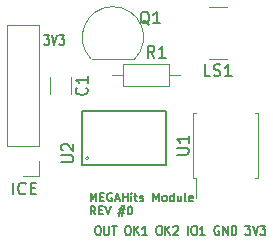
<source format=gbr>
%TF.GenerationSoftware,KiCad,Pcbnew,(6.0.1)*%
%TF.CreationDate,2022-02-07T09:31:49-05:00*%
%TF.ProjectId,hitsmodule,68697473-6d6f-4647-956c-652e6b696361,rev?*%
%TF.SameCoordinates,Original*%
%TF.FileFunction,Legend,Top*%
%TF.FilePolarity,Positive*%
%FSLAX46Y46*%
G04 Gerber Fmt 4.6, Leading zero omitted, Abs format (unit mm)*
G04 Created by KiCad (PCBNEW (6.0.1)) date 2022-02-07 09:31:49*
%MOMM*%
%LPD*%
G01*
G04 APERTURE LIST*
%ADD10C,0.150000*%
%ADD11C,0.120000*%
%ADD12C,0.127000*%
%ADD13C,0.050000*%
G04 APERTURE END LIST*
D10*
X142135333Y-79571904D02*
X142568666Y-79571904D01*
X142335333Y-79876666D01*
X142435333Y-79876666D01*
X142502000Y-79914761D01*
X142535333Y-79952857D01*
X142568666Y-80029047D01*
X142568666Y-80219523D01*
X142535333Y-80295714D01*
X142502000Y-80333809D01*
X142435333Y-80371904D01*
X142235333Y-80371904D01*
X142168666Y-80333809D01*
X142135333Y-80295714D01*
X142768666Y-79571904D02*
X143002000Y-80371904D01*
X143235333Y-79571904D01*
X143402000Y-79571904D02*
X143835333Y-79571904D01*
X143602000Y-79876666D01*
X143702000Y-79876666D01*
X143768666Y-79914761D01*
X143802000Y-79952857D01*
X143835333Y-80029047D01*
X143835333Y-80219523D01*
X143802000Y-80295714D01*
X143768666Y-80333809D01*
X143702000Y-80371904D01*
X143502000Y-80371904D01*
X143435333Y-80333809D01*
X143402000Y-80295714D01*
X146060166Y-93606166D02*
X146060166Y-92906166D01*
X146293500Y-93406166D01*
X146526833Y-92906166D01*
X146526833Y-93606166D01*
X146860166Y-93239500D02*
X147093500Y-93239500D01*
X147193500Y-93606166D02*
X146860166Y-93606166D01*
X146860166Y-92906166D01*
X147193500Y-92906166D01*
X147860166Y-92939500D02*
X147793500Y-92906166D01*
X147693500Y-92906166D01*
X147593500Y-92939500D01*
X147526833Y-93006166D01*
X147493500Y-93072833D01*
X147460166Y-93206166D01*
X147460166Y-93306166D01*
X147493500Y-93439500D01*
X147526833Y-93506166D01*
X147593500Y-93572833D01*
X147693500Y-93606166D01*
X147760166Y-93606166D01*
X147860166Y-93572833D01*
X147893500Y-93539500D01*
X147893500Y-93306166D01*
X147760166Y-93306166D01*
X148160166Y-93406166D02*
X148493500Y-93406166D01*
X148093500Y-93606166D02*
X148326833Y-92906166D01*
X148560166Y-93606166D01*
X148793500Y-93606166D02*
X148793500Y-92906166D01*
X148793500Y-93239500D02*
X149193500Y-93239500D01*
X149193500Y-93606166D02*
X149193500Y-92906166D01*
X149526833Y-93606166D02*
X149526833Y-93139500D01*
X149526833Y-92906166D02*
X149493500Y-92939500D01*
X149526833Y-92972833D01*
X149560166Y-92939500D01*
X149526833Y-92906166D01*
X149526833Y-92972833D01*
X149760166Y-93139500D02*
X150026833Y-93139500D01*
X149860166Y-92906166D02*
X149860166Y-93506166D01*
X149893500Y-93572833D01*
X149960166Y-93606166D01*
X150026833Y-93606166D01*
X150226833Y-93572833D02*
X150293500Y-93606166D01*
X150426833Y-93606166D01*
X150493500Y-93572833D01*
X150526833Y-93506166D01*
X150526833Y-93472833D01*
X150493500Y-93406166D01*
X150426833Y-93372833D01*
X150326833Y-93372833D01*
X150260166Y-93339500D01*
X150226833Y-93272833D01*
X150226833Y-93239500D01*
X150260166Y-93172833D01*
X150326833Y-93139500D01*
X150426833Y-93139500D01*
X150493500Y-93172833D01*
X151360166Y-93606166D02*
X151360166Y-92906166D01*
X151593500Y-93406166D01*
X151826833Y-92906166D01*
X151826833Y-93606166D01*
X152260166Y-93606166D02*
X152193500Y-93572833D01*
X152160166Y-93539500D01*
X152126833Y-93472833D01*
X152126833Y-93272833D01*
X152160166Y-93206166D01*
X152193500Y-93172833D01*
X152260166Y-93139500D01*
X152360166Y-93139500D01*
X152426833Y-93172833D01*
X152460166Y-93206166D01*
X152493500Y-93272833D01*
X152493500Y-93472833D01*
X152460166Y-93539500D01*
X152426833Y-93572833D01*
X152360166Y-93606166D01*
X152260166Y-93606166D01*
X153093500Y-93606166D02*
X153093500Y-92906166D01*
X153093500Y-93572833D02*
X153026833Y-93606166D01*
X152893500Y-93606166D01*
X152826833Y-93572833D01*
X152793500Y-93539500D01*
X152760166Y-93472833D01*
X152760166Y-93272833D01*
X152793500Y-93206166D01*
X152826833Y-93172833D01*
X152893500Y-93139500D01*
X153026833Y-93139500D01*
X153093500Y-93172833D01*
X153726833Y-93139500D02*
X153726833Y-93606166D01*
X153426833Y-93139500D02*
X153426833Y-93506166D01*
X153460166Y-93572833D01*
X153526833Y-93606166D01*
X153626833Y-93606166D01*
X153693500Y-93572833D01*
X153726833Y-93539500D01*
X154160166Y-93606166D02*
X154093500Y-93572833D01*
X154060166Y-93506166D01*
X154060166Y-92906166D01*
X154693500Y-93572833D02*
X154626833Y-93606166D01*
X154493500Y-93606166D01*
X154426833Y-93572833D01*
X154393500Y-93506166D01*
X154393500Y-93239500D01*
X154426833Y-93172833D01*
X154493500Y-93139500D01*
X154626833Y-93139500D01*
X154693500Y-93172833D01*
X154726833Y-93239500D01*
X154726833Y-93306166D01*
X154393500Y-93372833D01*
X146460166Y-94733166D02*
X146226833Y-94399833D01*
X146060166Y-94733166D02*
X146060166Y-94033166D01*
X146326833Y-94033166D01*
X146393500Y-94066500D01*
X146426833Y-94099833D01*
X146460166Y-94166500D01*
X146460166Y-94266500D01*
X146426833Y-94333166D01*
X146393500Y-94366500D01*
X146326833Y-94399833D01*
X146060166Y-94399833D01*
X146760166Y-94366500D02*
X146993500Y-94366500D01*
X147093500Y-94733166D02*
X146760166Y-94733166D01*
X146760166Y-94033166D01*
X147093500Y-94033166D01*
X147293500Y-94033166D02*
X147526833Y-94733166D01*
X147760166Y-94033166D01*
X148493500Y-94266500D02*
X148993500Y-94266500D01*
X148693500Y-93966500D02*
X148493500Y-94866500D01*
X148926833Y-94566500D02*
X148426833Y-94566500D01*
X148726833Y-94866500D02*
X148926833Y-93966500D01*
X149360166Y-94033166D02*
X149426833Y-94033166D01*
X149493500Y-94066500D01*
X149526833Y-94099833D01*
X149560166Y-94166500D01*
X149593500Y-94299833D01*
X149593500Y-94466500D01*
X149560166Y-94599833D01*
X149526833Y-94666500D01*
X149493500Y-94699833D01*
X149426833Y-94733166D01*
X149360166Y-94733166D01*
X149293500Y-94699833D01*
X149260166Y-94666500D01*
X149226833Y-94599833D01*
X149193500Y-94466500D01*
X149193500Y-94299833D01*
X149226833Y-94166500D01*
X149260166Y-94099833D01*
X149293500Y-94066500D01*
X149360166Y-94033166D01*
X146636666Y-95700904D02*
X146770000Y-95700904D01*
X146836666Y-95739000D01*
X146903333Y-95815190D01*
X146936666Y-95967571D01*
X146936666Y-96234238D01*
X146903333Y-96386619D01*
X146836666Y-96462809D01*
X146770000Y-96500904D01*
X146636666Y-96500904D01*
X146570000Y-96462809D01*
X146503333Y-96386619D01*
X146470000Y-96234238D01*
X146470000Y-95967571D01*
X146503333Y-95815190D01*
X146570000Y-95739000D01*
X146636666Y-95700904D01*
X147236666Y-95700904D02*
X147236666Y-96348523D01*
X147270000Y-96424714D01*
X147303333Y-96462809D01*
X147370000Y-96500904D01*
X147503333Y-96500904D01*
X147570000Y-96462809D01*
X147603333Y-96424714D01*
X147636666Y-96348523D01*
X147636666Y-95700904D01*
X147870000Y-95700904D02*
X148270000Y-95700904D01*
X148070000Y-96500904D02*
X148070000Y-95700904D01*
X149170000Y-95700904D02*
X149303333Y-95700904D01*
X149370000Y-95739000D01*
X149436666Y-95815190D01*
X149470000Y-95967571D01*
X149470000Y-96234238D01*
X149436666Y-96386619D01*
X149370000Y-96462809D01*
X149303333Y-96500904D01*
X149170000Y-96500904D01*
X149103333Y-96462809D01*
X149036666Y-96386619D01*
X149003333Y-96234238D01*
X149003333Y-95967571D01*
X149036666Y-95815190D01*
X149103333Y-95739000D01*
X149170000Y-95700904D01*
X149770000Y-96500904D02*
X149770000Y-95700904D01*
X150170000Y-96500904D02*
X149870000Y-96043761D01*
X150170000Y-95700904D02*
X149770000Y-96158047D01*
X150836666Y-96500904D02*
X150436666Y-96500904D01*
X150636666Y-96500904D02*
X150636666Y-95700904D01*
X150570000Y-95815190D01*
X150503333Y-95891380D01*
X150436666Y-95929476D01*
X151803333Y-95700904D02*
X151936666Y-95700904D01*
X152003333Y-95739000D01*
X152070000Y-95815190D01*
X152103333Y-95967571D01*
X152103333Y-96234238D01*
X152070000Y-96386619D01*
X152003333Y-96462809D01*
X151936666Y-96500904D01*
X151803333Y-96500904D01*
X151736666Y-96462809D01*
X151670000Y-96386619D01*
X151636666Y-96234238D01*
X151636666Y-95967571D01*
X151670000Y-95815190D01*
X151736666Y-95739000D01*
X151803333Y-95700904D01*
X152403333Y-96500904D02*
X152403333Y-95700904D01*
X152803333Y-96500904D02*
X152503333Y-96043761D01*
X152803333Y-95700904D02*
X152403333Y-96158047D01*
X153070000Y-95777095D02*
X153103333Y-95739000D01*
X153170000Y-95700904D01*
X153336666Y-95700904D01*
X153403333Y-95739000D01*
X153436666Y-95777095D01*
X153470000Y-95853285D01*
X153470000Y-95929476D01*
X153436666Y-96043761D01*
X153036666Y-96500904D01*
X153470000Y-96500904D01*
X154303333Y-96500904D02*
X154303333Y-95700904D01*
X154770000Y-95700904D02*
X154903333Y-95700904D01*
X154970000Y-95739000D01*
X155036666Y-95815190D01*
X155070000Y-95967571D01*
X155070000Y-96234238D01*
X155036666Y-96386619D01*
X154970000Y-96462809D01*
X154903333Y-96500904D01*
X154770000Y-96500904D01*
X154703333Y-96462809D01*
X154636666Y-96386619D01*
X154603333Y-96234238D01*
X154603333Y-95967571D01*
X154636666Y-95815190D01*
X154703333Y-95739000D01*
X154770000Y-95700904D01*
X155736666Y-96500904D02*
X155336666Y-96500904D01*
X155536666Y-96500904D02*
X155536666Y-95700904D01*
X155470000Y-95815190D01*
X155403333Y-95891380D01*
X155336666Y-95929476D01*
X156936666Y-95739000D02*
X156870000Y-95700904D01*
X156770000Y-95700904D01*
X156670000Y-95739000D01*
X156603333Y-95815190D01*
X156570000Y-95891380D01*
X156536666Y-96043761D01*
X156536666Y-96158047D01*
X156570000Y-96310428D01*
X156603333Y-96386619D01*
X156670000Y-96462809D01*
X156770000Y-96500904D01*
X156836666Y-96500904D01*
X156936666Y-96462809D01*
X156970000Y-96424714D01*
X156970000Y-96158047D01*
X156836666Y-96158047D01*
X157270000Y-96500904D02*
X157270000Y-95700904D01*
X157670000Y-96500904D01*
X157670000Y-95700904D01*
X158003333Y-96500904D02*
X158003333Y-95700904D01*
X158170000Y-95700904D01*
X158270000Y-95739000D01*
X158336666Y-95815190D01*
X158370000Y-95891380D01*
X158403333Y-96043761D01*
X158403333Y-96158047D01*
X158370000Y-96310428D01*
X158336666Y-96386619D01*
X158270000Y-96462809D01*
X158170000Y-96500904D01*
X158003333Y-96500904D01*
X159170000Y-95700904D02*
X159603333Y-95700904D01*
X159370000Y-96005666D01*
X159470000Y-96005666D01*
X159536666Y-96043761D01*
X159570000Y-96081857D01*
X159603333Y-96158047D01*
X159603333Y-96348523D01*
X159570000Y-96424714D01*
X159536666Y-96462809D01*
X159470000Y-96500904D01*
X159270000Y-96500904D01*
X159203333Y-96462809D01*
X159170000Y-96424714D01*
X159803333Y-95700904D02*
X160036666Y-96500904D01*
X160270000Y-95700904D01*
X160436666Y-95700904D02*
X160870000Y-95700904D01*
X160636666Y-96005666D01*
X160736666Y-96005666D01*
X160803333Y-96043761D01*
X160836666Y-96081857D01*
X160870000Y-96158047D01*
X160870000Y-96348523D01*
X160836666Y-96424714D01*
X160803333Y-96462809D01*
X160736666Y-96500904D01*
X160536666Y-96500904D01*
X160470000Y-96462809D01*
X160436666Y-96424714D01*
X139509619Y-93035380D02*
X139509619Y-92035380D01*
X140557238Y-92940142D02*
X140509619Y-92987761D01*
X140366761Y-93035380D01*
X140271523Y-93035380D01*
X140128666Y-92987761D01*
X140033428Y-92892523D01*
X139985809Y-92797285D01*
X139938190Y-92606809D01*
X139938190Y-92463952D01*
X139985809Y-92273476D01*
X140033428Y-92178238D01*
X140128666Y-92083000D01*
X140271523Y-92035380D01*
X140366761Y-92035380D01*
X140509619Y-92083000D01*
X140557238Y-92130619D01*
X140985809Y-92511571D02*
X141319142Y-92511571D01*
X141462000Y-93035380D02*
X140985809Y-93035380D01*
X140985809Y-92035380D01*
X141462000Y-92035380D01*
%TO.C,U1*%
X153372380Y-89661904D02*
X154181904Y-89661904D01*
X154277142Y-89614285D01*
X154324761Y-89566666D01*
X154372380Y-89471428D01*
X154372380Y-89280952D01*
X154324761Y-89185714D01*
X154277142Y-89138095D01*
X154181904Y-89090476D01*
X153372380Y-89090476D01*
X154372380Y-88090476D02*
X154372380Y-88661904D01*
X154372380Y-88376190D02*
X153372380Y-88376190D01*
X153515238Y-88471428D01*
X153610476Y-88566666D01*
X153658095Y-88661904D01*
%TO.C,U2*%
X143597380Y-90296904D02*
X144406904Y-90296904D01*
X144502142Y-90249285D01*
X144549761Y-90201666D01*
X144597380Y-90106428D01*
X144597380Y-89915952D01*
X144549761Y-89820714D01*
X144502142Y-89773095D01*
X144406904Y-89725476D01*
X143597380Y-89725476D01*
X143692619Y-89296904D02*
X143645000Y-89249285D01*
X143597380Y-89154047D01*
X143597380Y-88915952D01*
X143645000Y-88820714D01*
X143692619Y-88773095D01*
X143787857Y-88725476D01*
X143883095Y-88725476D01*
X144025952Y-88773095D01*
X144597380Y-89344523D01*
X144597380Y-88725476D01*
%TO.C,R1*%
X151471333Y-81463380D02*
X151138000Y-80987190D01*
X150899904Y-81463380D02*
X150899904Y-80463380D01*
X151280857Y-80463380D01*
X151376095Y-80511000D01*
X151423714Y-80558619D01*
X151471333Y-80653857D01*
X151471333Y-80796714D01*
X151423714Y-80891952D01*
X151376095Y-80939571D01*
X151280857Y-80987190D01*
X150899904Y-80987190D01*
X152423714Y-81463380D02*
X151852285Y-81463380D01*
X152138000Y-81463380D02*
X152138000Y-80463380D01*
X152042761Y-80606238D01*
X151947523Y-80701476D01*
X151852285Y-80749095D01*
%TO.C,C1*%
X145717142Y-83986666D02*
X145764761Y-84034285D01*
X145812380Y-84177142D01*
X145812380Y-84272380D01*
X145764761Y-84415238D01*
X145669523Y-84510476D01*
X145574285Y-84558095D01*
X145383809Y-84605714D01*
X145240952Y-84605714D01*
X145050476Y-84558095D01*
X144955238Y-84510476D01*
X144860000Y-84415238D01*
X144812380Y-84272380D01*
X144812380Y-84177142D01*
X144860000Y-84034285D01*
X144907619Y-83986666D01*
X145812380Y-83034285D02*
X145812380Y-83605714D01*
X145812380Y-83320000D02*
X144812380Y-83320000D01*
X144955238Y-83415238D01*
X145050476Y-83510476D01*
X145098095Y-83605714D01*
%TO.C,LS1*%
X156202142Y-83007380D02*
X155725952Y-83007380D01*
X155725952Y-82007380D01*
X156487857Y-82959761D02*
X156630714Y-83007380D01*
X156868809Y-83007380D01*
X156964047Y-82959761D01*
X157011666Y-82912142D01*
X157059285Y-82816904D01*
X157059285Y-82721666D01*
X157011666Y-82626428D01*
X156964047Y-82578809D01*
X156868809Y-82531190D01*
X156678333Y-82483571D01*
X156583095Y-82435952D01*
X156535476Y-82388333D01*
X156487857Y-82293095D01*
X156487857Y-82197857D01*
X156535476Y-82102619D01*
X156583095Y-82055000D01*
X156678333Y-82007380D01*
X156916428Y-82007380D01*
X157059285Y-82055000D01*
X158011666Y-83007380D02*
X157440238Y-83007380D01*
X157725952Y-83007380D02*
X157725952Y-82007380D01*
X157630714Y-82150238D01*
X157535476Y-82245476D01*
X157440238Y-82293095D01*
%TO.C,Q1*%
X151034761Y-78652619D02*
X150939523Y-78605000D01*
X150844285Y-78509761D01*
X150701428Y-78366904D01*
X150606190Y-78319285D01*
X150510952Y-78319285D01*
X150558571Y-78557380D02*
X150463333Y-78509761D01*
X150368095Y-78414523D01*
X150320476Y-78224047D01*
X150320476Y-77890714D01*
X150368095Y-77700238D01*
X150463333Y-77605000D01*
X150558571Y-77557380D01*
X150749047Y-77557380D01*
X150844285Y-77605000D01*
X150939523Y-77700238D01*
X150987142Y-77890714D01*
X150987142Y-78224047D01*
X150939523Y-78414523D01*
X150844285Y-78509761D01*
X150749047Y-78557380D01*
X150558571Y-78557380D01*
X151939523Y-78557380D02*
X151368095Y-78557380D01*
X151653809Y-78557380D02*
X151653809Y-77557380D01*
X151558571Y-77700238D01*
X151463333Y-77795476D01*
X151368095Y-77843095D01*
D11*
%TO.C,U1*%
X154755000Y-91650000D02*
X155015000Y-91650000D01*
X160205000Y-91650000D02*
X159945000Y-91650000D01*
X160205000Y-86150000D02*
X159945000Y-86150000D01*
X154755000Y-88900000D02*
X154755000Y-86150000D01*
X154755000Y-88900000D02*
X154755000Y-91650000D01*
X160205000Y-88900000D02*
X160205000Y-86150000D01*
X155015000Y-91650000D02*
X155015000Y-93300000D01*
X154755000Y-86150000D02*
X155015000Y-86150000D01*
X160205000Y-88900000D02*
X160205000Y-91650000D01*
D12*
%TO.C,U2*%
X152438700Y-90557200D02*
X145299200Y-90557200D01*
X152438700Y-86004800D02*
X152438700Y-90557200D01*
X145299200Y-90557200D02*
X145299200Y-86004800D01*
X145299200Y-86004800D02*
X152438700Y-86004800D01*
D13*
X145940600Y-89981000D02*
G75*
G03*
X145940600Y-89981000I-141400J0D01*
G01*
D11*
%TO.C,R1*%
X147879000Y-82931000D02*
X148829000Y-82931000D01*
X148829000Y-83851000D02*
X152669000Y-83851000D01*
X148829000Y-82011000D02*
X148829000Y-83851000D01*
X153619000Y-82931000D02*
X152669000Y-82931000D01*
X152669000Y-82011000D02*
X148829000Y-82011000D01*
X152669000Y-83851000D02*
X152669000Y-82011000D01*
%TO.C,C1*%
X142600000Y-83108748D02*
X142600000Y-84531252D01*
X144420000Y-83108748D02*
X144420000Y-84531252D01*
%TO.C,J1*%
X141665000Y-90165000D02*
X141665000Y-91495000D01*
X141665000Y-88895000D02*
X141665000Y-78675000D01*
X141665000Y-91495000D02*
X140335000Y-91495000D01*
X141665000Y-78675000D02*
X139005000Y-78675000D01*
X141665000Y-88895000D02*
X139005000Y-88895000D01*
X139005000Y-88895000D02*
X139005000Y-78675000D01*
%TO.C,LS1*%
X157642369Y-81585000D02*
X156047631Y-81585000D01*
X157642369Y-77165000D02*
X156047631Y-77165000D01*
%TO.C,Q1*%
X146155000Y-81585000D02*
X149755000Y-81585000D01*
X147955000Y-77134999D02*
G75*
G03*
X146116522Y-81573478I0J-2600001D01*
G01*
X149793478Y-81573478D02*
G75*
G03*
X147955000Y-77135000I-1838478J1838478D01*
G01*
%TD*%
M02*

</source>
